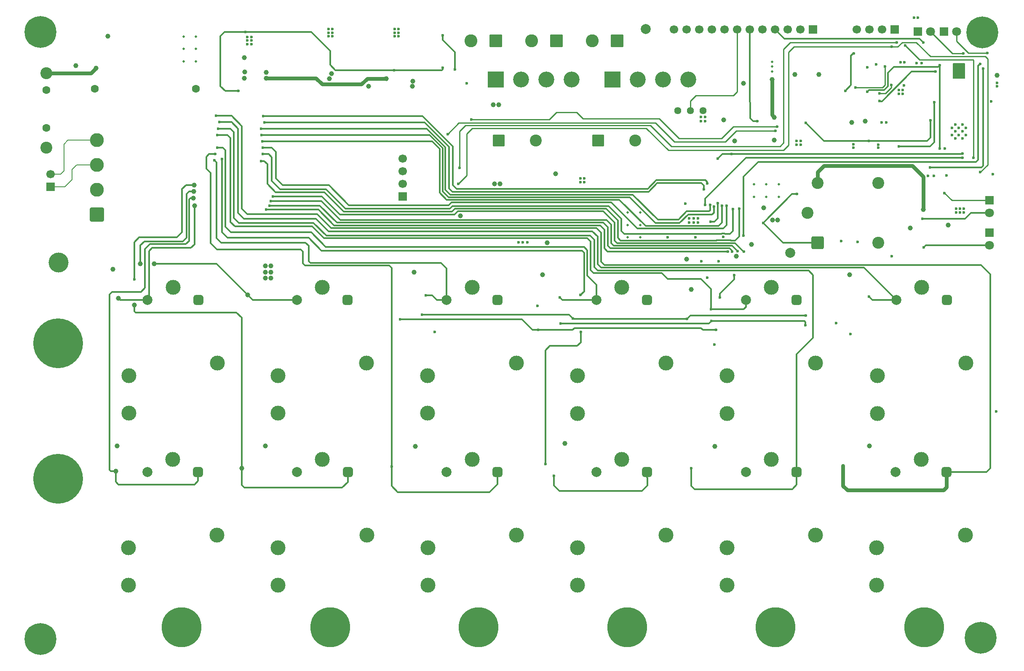
<source format=gbr>
%TF.GenerationSoftware,KiCad,Pcbnew,9.0.5*%
%TF.CreationDate,2025-10-18T22:02:24+01:00*%
%TF.ProjectId,Smart Home Energy Management System,536d6172-7420-4486-9f6d-6520456e6572,rev?*%
%TF.SameCoordinates,Original*%
%TF.FileFunction,Copper,L2,Inr*%
%TF.FilePolarity,Positive*%
%FSLAX46Y46*%
G04 Gerber Fmt 4.6, Leading zero omitted, Abs format (unit mm)*
G04 Created by KiCad (PCBNEW 9.0.5) date 2025-10-18 22:02:24*
%MOMM*%
%LPD*%
G01*
G04 APERTURE LIST*
G04 Aperture macros list*
%AMRoundRect*
0 Rectangle with rounded corners*
0 $1 Rounding radius*
0 $2 $3 $4 $5 $6 $7 $8 $9 X,Y pos of 4 corners*
0 Add a 4 corners polygon primitive as box body*
4,1,4,$2,$3,$4,$5,$6,$7,$8,$9,$2,$3,0*
0 Add four circle primitives for the rounded corners*
1,1,$1+$1,$2,$3*
1,1,$1+$1,$4,$5*
1,1,$1+$1,$6,$7*
1,1,$1+$1,$8,$9*
0 Add four rect primitives between the rounded corners*
20,1,$1+$1,$2,$3,$4,$5,0*
20,1,$1+$1,$4,$5,$6,$7,0*
20,1,$1+$1,$6,$7,$8,$9,0*
20,1,$1+$1,$8,$9,$2,$3,0*%
G04 Aperture macros list end*
%TA.AperFunction,ComponentPad*%
%ADD10C,3.000000*%
%TD*%
%TA.AperFunction,ComponentPad*%
%ADD11RoundRect,0.500000X0.500000X-0.500000X0.500000X0.500000X-0.500000X0.500000X-0.500000X-0.500000X0*%
%TD*%
%TA.AperFunction,ComponentPad*%
%ADD12C,2.000000*%
%TD*%
%TA.AperFunction,ComponentPad*%
%ADD13C,0.500000*%
%TD*%
%TA.AperFunction,ComponentPad*%
%ADD14R,1.800000X1.800000*%
%TD*%
%TA.AperFunction,ComponentPad*%
%ADD15C,1.800000*%
%TD*%
%TA.AperFunction,ComponentPad*%
%ADD16R,1.700000X1.700000*%
%TD*%
%TA.AperFunction,ComponentPad*%
%ADD17C,1.700000*%
%TD*%
%TA.AperFunction,ComponentPad*%
%ADD18C,6.400000*%
%TD*%
%TA.AperFunction,ComponentPad*%
%ADD19C,2.400000*%
%TD*%
%TA.AperFunction,ComponentPad*%
%ADD20C,10.000000*%
%TD*%
%TA.AperFunction,ComponentPad*%
%ADD21C,1.600000*%
%TD*%
%TA.AperFunction,ComponentPad*%
%ADD22RoundRect,0.250000X1.050000X1.050000X-1.050000X1.050000X-1.050000X-1.050000X1.050000X-1.050000X0*%
%TD*%
%TA.AperFunction,ComponentPad*%
%ADD23C,2.600000*%
%TD*%
%TA.AperFunction,ComponentPad*%
%ADD24R,3.200000X3.200000*%
%TD*%
%TA.AperFunction,ComponentPad*%
%ADD25C,3.200000*%
%TD*%
%TA.AperFunction,ComponentPad*%
%ADD26RoundRect,0.250001X-0.949999X-0.949999X0.949999X-0.949999X0.949999X0.949999X-0.949999X0.949999X0*%
%TD*%
%TA.AperFunction,ComponentPad*%
%ADD27RoundRect,0.250001X1.149999X-1.149999X1.149999X1.149999X-1.149999X1.149999X-1.149999X-1.149999X0*%
%TD*%
%TA.AperFunction,ComponentPad*%
%ADD28C,2.800000*%
%TD*%
%TA.AperFunction,ComponentPad*%
%ADD29C,8.000000*%
%TD*%
%TA.AperFunction,ComponentPad*%
%ADD30C,1.440000*%
%TD*%
%TA.AperFunction,ComponentPad*%
%ADD31C,4.000000*%
%TD*%
%TA.AperFunction,ComponentPad*%
%ADD32RoundRect,0.250000X1.000000X-1.000000X1.000000X1.000000X-1.000000X1.000000X-1.000000X-1.000000X0*%
%TD*%
%TA.AperFunction,HeatsinkPad*%
%ADD33C,0.600000*%
%TD*%
%TA.AperFunction,ViaPad*%
%ADD34C,1.000000*%
%TD*%
%TA.AperFunction,ViaPad*%
%ADD35C,0.600000*%
%TD*%
%TA.AperFunction,ViaPad*%
%ADD36C,2.000000*%
%TD*%
%TA.AperFunction,Conductor*%
%ADD37C,0.800000*%
%TD*%
%TA.AperFunction,Conductor*%
%ADD38C,0.300000*%
%TD*%
%TA.AperFunction,Conductor*%
%ADD39C,0.254000*%
%TD*%
%TA.AperFunction,Conductor*%
%ADD40C,0.250000*%
%TD*%
%TA.AperFunction,Conductor*%
%ADD41C,0.200000*%
%TD*%
G04 APERTURE END LIST*
D10*
%TO.N,/SELECT6*%
%TO.C,K8*%
X232194000Y-114187000D03*
X241094000Y-129387000D03*
%TO.N,unconnected-(K8-Pad12)*%
X223294000Y-139527000D03*
%TO.N,/LOAD6*%
X223294000Y-131927000D03*
D11*
%TO.N,/RD1C1*%
X237294000Y-116727000D03*
D12*
%TO.N,+12V*%
X227094000Y-116727000D03*
%TD*%
D13*
%TO.N,GND*%
%TO.C,U2*%
X86470000Y-34090000D03*
X86470000Y-31590000D03*
X86470000Y-29090000D03*
X83970000Y-34090000D03*
X83970000Y-31590000D03*
X83970000Y-29090000D03*
%TD*%
D14*
%TO.N,/GPIO3{slash}RX*%
%TO.C,D17*%
X245980000Y-68580000D03*
D15*
%TO.N,Net-(D17-A)*%
X245980000Y-71120000D03*
%TD*%
D14*
%TO.N,GND*%
%TO.C,D4*%
X236816000Y-28065000D03*
D15*
%TO.N,Net-(D4-A)*%
X239356000Y-28065000D03*
%TD*%
D10*
%TO.N,/SELECT4*%
%TO.C,K4*%
X172024331Y-79599062D03*
X180924331Y-94799062D03*
%TO.N,/INVERTER*%
X163124331Y-104939062D03*
%TO.N,/NEPA*%
X163124331Y-97339062D03*
D11*
%TO.N,+12V*%
X177124331Y-82139062D03*
D12*
%TO.N,/RD1C6*%
X166924331Y-82139062D03*
%TD*%
D10*
%TO.N,/SELECT3*%
%TO.C,K11*%
X141955200Y-114187000D03*
X150855200Y-129387000D03*
%TO.N,unconnected-(K11-Pad12)*%
X133055200Y-139527000D03*
%TO.N,/LOAD3*%
X133055200Y-131927000D03*
D11*
%TO.N,/RD1C7*%
X147055200Y-116727000D03*
D12*
%TO.N,+12V*%
X136855200Y-116727000D03*
%TD*%
D16*
%TO.N,+3.3V*%
%TO.C,J19*%
X210463000Y-27642500D03*
D17*
%TO.N,+5V*%
X207923000Y-27642500D03*
X205383000Y-27642500D03*
%TO.N,/GPIO27*%
X202843000Y-27642500D03*
%TO.N,/GPIO26*%
X200303000Y-27642500D03*
%TO.N,/GPIO25*%
X197763000Y-27642500D03*
%TO.N,/CONST*%
X195223000Y-27642500D03*
%TO.N,/GPIO5{slash}CS*%
X192683000Y-27642500D03*
%TO.N,/GPIO23{slash}MOSI*%
X190143000Y-27642500D03*
%TO.N,/GPIO18{slash}SCK*%
X187603000Y-27642500D03*
%TO.N,GND*%
X185063000Y-27642500D03*
X182523000Y-27642500D03*
%TD*%
D10*
%TO.N,/SELECT3*%
%TO.C,K5*%
X141942550Y-79559705D03*
X150842550Y-94759705D03*
%TO.N,/INVERTER*%
X133042550Y-104899705D03*
%TO.N,/NEPA*%
X133042550Y-97299705D03*
D11*
%TO.N,+12V*%
X147042550Y-82099705D03*
D12*
%TO.N,/RD1C8*%
X136842550Y-82099705D03*
%TD*%
D18*
%TO.N,N/C*%
%TO.C,REF\u002A\u002A*%
X244490000Y-28220000D03*
%TD*%
D19*
%TO.N,Net-(D10-A)*%
%TO.C,C8*%
X56350000Y-36475000D03*
%TO.N,/NEPA*%
X56350000Y-51475000D03*
%TD*%
D18*
%TO.N,N/C*%
%TO.C,REF\u002A\u002A*%
X55210000Y-28140000D03*
%TD*%
D10*
%TO.N,/SELECT4*%
%TO.C,K10*%
X172034800Y-114187000D03*
X180934800Y-129387000D03*
%TO.N,unconnected-(K10-Pad12)*%
X163134800Y-139527000D03*
%TO.N,/LOAD4*%
X163134800Y-131927000D03*
D11*
%TO.N,/RD1C5*%
X177134800Y-116727000D03*
D12*
%TO.N,+12V*%
X166934800Y-116727000D03*
%TD*%
D20*
%TO.N,/INVERTER*%
%TO.C,J2*%
X58725000Y-118125000D03*
%TD*%
D21*
%TO.N,/N*%
%TO.C,R14*%
X86430000Y-39600000D03*
%TO.N,Net-(D11-A)*%
X66110000Y-39600000D03*
%TD*%
D14*
%TO.N,GND*%
%TO.C,D1*%
X231546000Y-28050000D03*
D15*
%TO.N,Net-(D1-A)*%
X234086000Y-28050000D03*
%TD*%
D22*
%TO.N,/2TR 1*%
%TO.C,XFORMER_OUT1*%
X171107000Y-29922500D03*
D23*
%TO.N,/2TR 2*%
X166107000Y-29922500D03*
%TD*%
D24*
%TO.N,VCC2*%
%TO.C,D9*%
X170175000Y-37695000D03*
D25*
%TO.N,/2TR 2*%
X175255000Y-37695000D03*
%TO.N,/2TR 1*%
X180335000Y-37695000D03*
%TO.N,GND*%
X185415000Y-37695000D03*
%TD*%
D26*
%TO.N,VCC1*%
%TO.C,C9*%
X147272220Y-50000000D03*
D19*
%TO.N,GND*%
X154772220Y-50000000D03*
%TD*%
D27*
%TO.N,/NEPA*%
%TO.C,J6*%
X66516098Y-64936807D03*
D28*
%TO.N,/N*%
X66516098Y-59936807D03*
%TO.N,/CT -*%
X66516098Y-54936807D03*
%TO.N,/CT +*%
X66516098Y-49936807D03*
%TD*%
D10*
%TO.N,/SELECT5*%
%TO.C,K3*%
X202106422Y-79589474D03*
X211006422Y-94789474D03*
%TO.N,/INVERTER*%
X193206422Y-104929474D03*
%TO.N,/NEPA*%
X193206422Y-97329474D03*
D11*
%TO.N,+12V*%
X207206422Y-82129474D03*
D12*
%TO.N,/RD1C4*%
X197006422Y-82129474D03*
%TD*%
D18*
%TO.N,N/C*%
%TO.C,REF\u002A\u002A*%
X244210000Y-150090000D03*
%TD*%
D10*
%TO.N,/SELECT1*%
%TO.C,K7*%
X81843890Y-79576737D03*
X90743890Y-94776737D03*
%TO.N,/INVERTER*%
X72943890Y-104916737D03*
%TO.N,/NEPA*%
X72943890Y-97316737D03*
D11*
%TO.N,+12V*%
X86943890Y-82116737D03*
D12*
%TO.N,/RD2C4*%
X76743890Y-82116737D03*
%TD*%
D29*
%TO.N,/LOAD4*%
%TO.C,J22*%
X173120000Y-148000000D03*
%TD*%
%TO.N,/LOAD6*%
%TO.C,J20*%
X232800000Y-148000000D03*
%TD*%
D10*
%TO.N,/SELECT2*%
%TO.C,K6*%
X111817862Y-79576737D03*
X120717862Y-94776737D03*
%TO.N,/INVERTER*%
X102917862Y-104916737D03*
%TO.N,/NEPA*%
X102917862Y-97316737D03*
D11*
%TO.N,+12V*%
X116917862Y-82116737D03*
D12*
%TO.N,/RD2C2*%
X106717862Y-82116737D03*
%TD*%
D30*
%TO.N,GND*%
%TO.C,RV1*%
X183340000Y-44030000D03*
%TO.N,/CONST*%
X185880000Y-44030000D03*
%TO.N,+5V*%
X188420000Y-44030000D03*
%TD*%
D16*
%TO.N,/CT -*%
%TO.C,J3*%
X57225000Y-59350000D03*
D17*
%TO.N,/CT +*%
X57225000Y-56810000D03*
%TD*%
D13*
%TO.N,GND*%
%TO.C,U1*%
X175750000Y-69500000D03*
X175750000Y-67000000D03*
X175750000Y-64500000D03*
X173250000Y-69500000D03*
X173250000Y-67000000D03*
X173250000Y-64500000D03*
%TD*%
D29*
%TO.N,/LOAD3*%
%TO.C,J23*%
X143280000Y-148000000D03*
%TD*%
D31*
%TO.N,/N*%
%TO.C,J10*%
X58850000Y-74525000D03*
%TD*%
D29*
%TO.N,/LOAD1*%
%TO.C,J25*%
X83600000Y-148000000D03*
%TD*%
D18*
%TO.N,N/C*%
%TO.C,REF\u002A\u002A*%
X55170000Y-150360000D03*
%TD*%
D24*
%TO.N,VCC1*%
%TO.C,D8*%
X146695000Y-37695000D03*
D25*
%TO.N,/1TR 2*%
X151775000Y-37695000D03*
%TO.N,/1TR 1*%
X156855000Y-37695000D03*
%TO.N,GND*%
X161935000Y-37695000D03*
%TD*%
D20*
%TO.N,/NEPA*%
%TO.C,J1*%
X58725000Y-90850000D03*
%TD*%
D10*
%TO.N,/SELECT2*%
%TO.C,K12*%
X111875600Y-114187000D03*
X120775600Y-129387000D03*
%TO.N,unconnected-(K12-Pad12)*%
X102975600Y-139527000D03*
%TO.N,/LOAD2*%
X102975600Y-131927000D03*
D11*
%TO.N,/RD2C1*%
X116975600Y-116727000D03*
D12*
%TO.N,+12V*%
X106775600Y-116727000D03*
%TD*%
D14*
%TO.N,/GPIO1{slash}TX*%
%TO.C,D16*%
X245980000Y-62070000D03*
D15*
%TO.N,Net-(D16-A)*%
X245980000Y-64610000D03*
%TD*%
D22*
%TO.N,/TRANS-IN*%
%TO.C,XFORMER_IN*%
X158900000Y-29922500D03*
D23*
%TO.N,/N*%
X153900000Y-29922500D03*
%TD*%
D19*
%TO.N,/TRANS-IN*%
%TO.C,K1*%
X209380000Y-64590000D03*
%TO.N,/INVERTER*%
X223580000Y-58590000D03*
%TO.N,/NEPA*%
X223580000Y-70590000D03*
D32*
%TO.N,Net-(D5-A)*%
X211380000Y-70590000D03*
D19*
%TO.N,VCC3*%
X211380000Y-58590000D03*
%TD*%
D16*
%TO.N,GND*%
%TO.C,J14*%
X226870000Y-27650000D03*
D17*
%TO.N,/D+*%
X224330000Y-27650000D03*
%TO.N,/D-*%
X221790000Y-27650000D03*
%TO.N,Net-(D13-K)*%
X219250000Y-27650000D03*
%TD*%
D13*
%TO.N,GND*%
%TO.C,U4*%
X198590000Y-61350000D03*
X201090000Y-61350000D03*
X203590000Y-61350000D03*
X198590000Y-58850000D03*
X201090000Y-58850000D03*
X203590000Y-58850000D03*
%TD*%
%TO.N,Net-(D14-A)*%
%TO.C,U5*%
X202260000Y-36150000D03*
X202260000Y-35150000D03*
X202260000Y-34150000D03*
%TD*%
D22*
%TO.N,/1TR 1*%
%TO.C,XFORMER_OUT2*%
X146693000Y-29922500D03*
D23*
%TO.N,/1TR 2*%
X141693000Y-29922500D03*
%TD*%
D29*
%TO.N,/LOAD5*%
%TO.C,J21*%
X202960000Y-148000000D03*
%TD*%
%TO.N,/LOAD2*%
%TO.C,J24*%
X113440000Y-148000000D03*
%TD*%
D26*
%TO.N,VCC2*%
%TO.C,C10*%
X167272220Y-50000000D03*
D19*
%TO.N,GND*%
X174772220Y-50000000D03*
%TD*%
D10*
%TO.N,/SELECT6*%
%TO.C,K2*%
X232326329Y-79595347D03*
X241226329Y-94795347D03*
%TO.N,/INVERTER*%
X223426329Y-104935347D03*
%TO.N,/NEPA*%
X223426329Y-97335347D03*
D11*
%TO.N,+12V*%
X237426329Y-82135347D03*
D12*
%TO.N,/RD1C2*%
X227226329Y-82135347D03*
%TD*%
D10*
%TO.N,/SELECT5*%
%TO.C,K9*%
X202114400Y-114187000D03*
X211014400Y-129387000D03*
%TO.N,unconnected-(K9-Pad12)*%
X193214400Y-139527000D03*
%TO.N,/LOAD5*%
X193214400Y-131927000D03*
D11*
%TO.N,/RD1C3*%
X207214400Y-116727000D03*
D12*
%TO.N,+12V*%
X197014400Y-116727000D03*
%TD*%
D21*
%TO.N,Net-(D10-A)*%
%TO.C,R13*%
X56388000Y-39878000D03*
%TO.N,/NEPA*%
X56388000Y-47498000D03*
%TD*%
D10*
%TO.N,/SELECT1*%
%TO.C,K13*%
X81796000Y-114187000D03*
X90696000Y-129387000D03*
%TO.N,unconnected-(K13-Pad12)*%
X72896000Y-139527000D03*
%TO.N,/LOAD1*%
X72896000Y-131927000D03*
D11*
%TO.N,/RD2C3*%
X86896000Y-116727000D03*
D12*
%TO.N,+12V*%
X76696000Y-116727000D03*
%TD*%
D33*
%TO.N,GND*%
%TO.C,U3*%
X240505000Y-46770000D03*
X239105000Y-46770000D03*
X241205000Y-47470000D03*
X239805000Y-47470000D03*
X238405000Y-47470000D03*
X240505000Y-48170000D03*
X239105000Y-48170000D03*
X241205000Y-48870000D03*
X239805000Y-48870000D03*
X238405000Y-48870000D03*
X240505000Y-49570000D03*
X239105000Y-49570000D03*
%TD*%
D16*
%TO.N,+5V*%
%TO.C,J11*%
X128031200Y-61258200D03*
D17*
%TO.N,Net-(J11-Pin_2)*%
X128031200Y-58718200D03*
%TO.N,Net-(J11-Pin_3)*%
X128031200Y-56178200D03*
%TO.N,GND*%
X128031200Y-53638200D03*
%TD*%
D34*
%TO.N,+5V*%
X203400000Y-66025000D03*
D35*
X208000000Y-50900000D03*
X207200000Y-50100000D03*
X187975000Y-45307775D03*
D34*
X202325000Y-65975000D03*
D35*
X207200000Y-50900000D03*
X188775000Y-46107775D03*
X208000000Y-50100000D03*
X163700000Y-58400000D03*
X188775000Y-45307775D03*
X164500000Y-58400000D03*
X163700000Y-57600000D03*
X187975000Y-46107775D03*
X164500000Y-57600000D03*
%TO.N,GND*%
X221361000Y-35306000D03*
X230820997Y-25273000D03*
X186850000Y-69485000D03*
X231521000Y-25273000D03*
X240792000Y-63754000D03*
X231267000Y-34417000D03*
X151257000Y-70485000D03*
X152146000Y-70485000D03*
X228092000Y-34290000D03*
X240030000Y-63754000D03*
X153035000Y-70485000D03*
X223139000Y-34671000D03*
X232283000Y-34417000D03*
X239268000Y-63754000D03*
D34*
X247479000Y-36851211D03*
D35*
X239268000Y-64516000D03*
X184825000Y-62725000D03*
X228854000Y-34290000D03*
X240030000Y-64516000D03*
X240792000Y-64516000D03*
D34*
%TO.N,VCC2*%
X100600000Y-36275000D03*
X100600000Y-37450000D03*
X124675000Y-37525000D03*
X96200000Y-37475000D03*
X96225000Y-36250000D03*
%TO.N,VCC1*%
X158775000Y-56675000D03*
X147350000Y-42800000D03*
X198125000Y-70950000D03*
X147550000Y-58700000D03*
D35*
X181251223Y-69479033D03*
D34*
X146450000Y-58700000D03*
X146250000Y-42800000D03*
D35*
%TO.N,/EN*%
X223850000Y-42095000D03*
X235100000Y-36150000D03*
D34*
%TO.N,+3.3V*%
X230000000Y-67650000D03*
D35*
X228750000Y-38950000D03*
X224300000Y-46400000D03*
X240650000Y-35900000D03*
X186500000Y-65675000D03*
X225171000Y-46400000D03*
X247500000Y-38425000D03*
X228473000Y-39878000D03*
X185575000Y-65675000D03*
X228473000Y-40640000D03*
X240650000Y-36625000D03*
X187375000Y-65675000D03*
X227711000Y-39878000D03*
X223575000Y-51475000D03*
X186500000Y-66500000D03*
X218575000Y-51450000D03*
X246250000Y-42150000D03*
X218575000Y-50800000D03*
X185575000Y-66500000D03*
D34*
X206875000Y-36700000D03*
D35*
X187375000Y-66500000D03*
X223575000Y-50825000D03*
X240650000Y-35175000D03*
D34*
X218275000Y-46375000D03*
D35*
X247500000Y-39125000D03*
X227711000Y-40640000D03*
D34*
%TO.N,+12V*%
X190749999Y-111550001D03*
X101500000Y-77725000D03*
D35*
X113075000Y-27600000D03*
X96800000Y-29900000D03*
D34*
X130300000Y-76500000D03*
D35*
X126400000Y-29000000D03*
D34*
X186000000Y-80000000D03*
X100400000Y-77725000D03*
X70600000Y-111500000D03*
D35*
X113875000Y-28300000D03*
X97600000Y-29900000D03*
X127200000Y-29000000D03*
X127200000Y-27600000D03*
X126400000Y-28300000D03*
X113075000Y-28300000D03*
X113075000Y-29000000D03*
X126400000Y-27600000D03*
X96800000Y-30600000D03*
X113875000Y-29000000D03*
D34*
X69800000Y-75900000D03*
D35*
X97600000Y-29200000D03*
D34*
X100375000Y-75275000D03*
X130550000Y-111525000D03*
X100400000Y-111500000D03*
D35*
X113875000Y-27600000D03*
D34*
X101500000Y-76500000D03*
X101500000Y-75275000D03*
D35*
X97600000Y-30600000D03*
D34*
X100400000Y-76500000D03*
D35*
X96800000Y-29200000D03*
D34*
X217830400Y-77000000D03*
X221800000Y-111500000D03*
X156150000Y-77000000D03*
X160625000Y-110975000D03*
D35*
X127200000Y-28300000D03*
D34*
%TO.N,Net-(D10-A)*%
X66375000Y-35475000D03*
%TO.N,VCC3*%
X232650000Y-63875000D03*
X237675000Y-67025000D03*
X62300000Y-34925000D03*
%TO.N,Net-(D13-K)*%
X211625000Y-36700000D03*
X196500000Y-38475000D03*
%TO.N,Net-(D14-A)*%
X220945000Y-46120000D03*
X202260000Y-37700000D03*
X202710000Y-45325000D03*
D35*
%TO.N,Net-(U7-Xo)*%
X217000000Y-40000000D03*
X218650000Y-32475000D03*
%TO.N,Net-(JP3-A)*%
X219025000Y-39325000D03*
X224925000Y-35075000D03*
%TO.N,Net-(D1-A)*%
X240737222Y-32469646D03*
D34*
%TO.N,Net-(D2-K)*%
X192500000Y-45850000D03*
X200540491Y-63590000D03*
X202700000Y-49900000D03*
X194700000Y-50100000D03*
%TO.N,Net-(D3-K)*%
X121125000Y-39125000D03*
X130048000Y-38100000D03*
X130000000Y-39125000D03*
X96150000Y-33300000D03*
X113737500Y-36512500D03*
X113250000Y-37550000D03*
D35*
%TO.N,Net-(D4-A)*%
X245525000Y-32400000D03*
%TO.N,Net-(D5-A)*%
X200475000Y-66600000D03*
X207300000Y-60797500D03*
D34*
%TO.N,Net-(D11-A)*%
X68750000Y-29050000D03*
%TO.N,Net-(D12-K)*%
X195072000Y-73279000D03*
X139650000Y-65125000D03*
X185101132Y-73849132D03*
X157025000Y-70550000D03*
D35*
%TO.N,Net-(D16-A)*%
X232475000Y-65775000D03*
%TO.N,/GPIO1{slash}TX*%
X236925000Y-60575000D03*
X226300000Y-31125000D03*
X244125000Y-56375000D03*
X139200000Y-58725000D03*
%TO.N,Net-(D17-A)*%
X232725000Y-71525000D03*
%TO.N,/GPIO3{slash}RX*%
X229043993Y-30906007D03*
X242725000Y-53475000D03*
X227300000Y-30300000D03*
X139428071Y-55495000D03*
%TO.N,/RD1C2*%
X221700000Y-81425000D03*
X91200000Y-46325000D03*
%TO.N,/RD1C4*%
X189992000Y-84000000D03*
X90725000Y-48875000D03*
%TO.N,/RD1C6*%
X159600000Y-81600000D03*
X90725000Y-51450000D03*
%TO.N,/RD1C8*%
X132689600Y-81127600D03*
X90175000Y-54025000D03*
D34*
%TO.N,/RD2C2*%
X78050000Y-74850000D03*
X96850000Y-81125000D03*
X75300000Y-74825000D03*
X86000000Y-60225000D03*
%TO.N,/RD2C4*%
X70900000Y-81800000D03*
X86150000Y-63150000D03*
D35*
%TO.N,/RD1C1*%
X216500000Y-115500000D03*
X90526408Y-45018133D03*
%TO.N,/RD1C3*%
X186000000Y-116000000D03*
X90925000Y-47600000D03*
%TO.N,/RD1C5*%
X163775000Y-81100000D03*
X158425000Y-117500000D03*
X163800000Y-88525000D03*
X156700000Y-115100000D03*
X91700000Y-53750000D03*
%TO.N,/RD1C7*%
X125800000Y-115625000D03*
X90325000Y-52750000D03*
D34*
%TO.N,/RD2C1*%
X95650000Y-115925000D03*
D35*
X74075000Y-77975000D03*
D34*
X74075000Y-83150000D03*
X86074998Y-58975000D03*
%TO.N,/RD2C3*%
X70350000Y-116575000D03*
X85950000Y-61625000D03*
D35*
%TO.N,/N*%
X134416800Y-88544400D03*
X155145002Y-83285000D03*
%TO.N,/INVERTER*%
X226350000Y-73300000D03*
X247325000Y-104550000D03*
%TO.N,/GPIO26*%
X227775000Y-51175000D03*
X234825000Y-42275000D03*
%TO.N,/GPIO18{slash}SCK*%
X237330000Y-57050000D03*
%TO.N,/GPIO23{slash}MOSI*%
X246650000Y-56800000D03*
%TO.N,/GPIO27*%
X232677298Y-30322702D03*
%TO.N,/GPIO5{slash}CS*%
X236945000Y-51650000D03*
%TO.N,/GPIO25*%
X221775000Y-50100000D03*
X234100000Y-45925000D03*
X199285000Y-46095000D03*
X209065000Y-46465000D03*
D36*
%TO.N,/TRANS-IN*%
X205900000Y-72600000D03*
X176900000Y-27600000D03*
D35*
%TO.N,/GPIO17*%
X234815000Y-57095000D03*
X141800000Y-45750000D03*
X203240000Y-47220000D03*
%TO.N,/GPIO16*%
X233575000Y-57115000D03*
X137049998Y-48700000D03*
X202980000Y-48030000D03*
%TO.N,Net-(U2-~{ON}{slash}OFF)*%
X96450000Y-28200000D03*
X94950000Y-40000000D03*
X136050000Y-35375000D03*
X126325000Y-35850000D03*
%TO.N,/12V_EN*%
X138500000Y-35700000D03*
X136049999Y-28849999D03*
%TO.N,Net-(OC2-Pad1)*%
X189220000Y-77655000D03*
X190630000Y-91110000D03*
%TO.N,/NEPA_SENSE*%
X131865000Y-85080000D03*
X215117174Y-86733516D03*
X185200000Y-85875000D03*
X162225000Y-85850000D03*
X188020000Y-74295000D03*
X209000000Y-85250000D03*
%TO.N,Net-(Q1A-C1)*%
X190042800Y-86360000D03*
X159725000Y-86800000D03*
X218000000Y-89000000D03*
X208991200Y-87200000D03*
%TO.N,/INVERTER_SENSE*%
X155244800Y-88138000D03*
X191025000Y-88150000D03*
X191516000Y-74295000D03*
X127508000Y-86004400D03*
%TO.N,/RTS*%
X226225000Y-38850000D03*
X223825000Y-40550000D03*
%TO.N,/GPIO0*%
X236000000Y-51650000D03*
X221400000Y-40200000D03*
X236000000Y-34825000D03*
%TO.N,Net-(Q3-IN3)*%
X99575000Y-47625000D03*
X189775000Y-62975000D03*
%TO.N,Net-(Q3-IN1)*%
X189250000Y-58675000D03*
X100025000Y-45100000D03*
%TO.N,Net-(Q3-IN4)*%
X190550000Y-63275000D03*
X99625000Y-48900000D03*
%TO.N,Net-(Q3-IN2)*%
X188550000Y-59875000D03*
X100200000Y-46400000D03*
%TO.N,Net-(Q3-IN7)*%
X99875000Y-52750000D03*
X194375000Y-63775000D03*
%TO.N,Net-(Q3-IN8)*%
X99575000Y-54125000D03*
X195625000Y-63750000D03*
%TO.N,Net-(Q3-IN6)*%
X99900000Y-51450000D03*
X193100000Y-63175000D03*
%TO.N,Net-(Q3-IN5)*%
X99800000Y-50175000D03*
X192175001Y-63125001D03*
%TO.N,Net-(Q4-IN2)*%
X195350000Y-72300000D03*
X101525000Y-62200000D03*
%TO.N,Net-(Q4-IN4)*%
X193375000Y-72334400D03*
X100575000Y-63900000D03*
%TO.N,Net-(Q4-IN1)*%
X196575000Y-72325000D03*
X101925000Y-61250000D03*
%TO.N,Net-(Q4-IN3)*%
X101250000Y-63100000D03*
X194224939Y-72324091D03*
%TO.N,/IND_LED*%
X196475000Y-69125000D03*
X192443417Y-69399999D03*
X244050000Y-34625000D03*
%TO.N,/GPIO2*%
X233975000Y-55425000D03*
X244650000Y-35575000D03*
%TO.N,Net-(U6-IO1_5)*%
X140900000Y-38465000D03*
%TO.N,Net-(D15-K)*%
X219418400Y-70400000D03*
%TO.N,Net-(D30-K)*%
X216175000Y-70250000D03*
X191750000Y-81625000D03*
X194650000Y-77140000D03*
%TO.N,/GPIO21{slash}SDA*%
X240550000Y-53525000D03*
X188800000Y-62925000D03*
%TO.N,/GPIO22{slash}SCL*%
X240497976Y-52626502D03*
X191375000Y-53625000D03*
X194125000Y-52750000D03*
X191375000Y-62600000D03*
X189900000Y-66375000D03*
%TD*%
D37*
%TO.N,VCC2*%
X111850000Y-38700000D02*
X119700000Y-38700000D01*
X110600000Y-37450000D02*
X111850000Y-38700000D01*
X119700000Y-38700000D02*
X120875000Y-37525000D01*
X100600000Y-37450000D02*
X110600000Y-37450000D01*
X120875000Y-37525000D02*
X124675000Y-37525000D01*
D38*
%TO.N,/EN*%
X223855000Y-42100000D02*
X223850000Y-42095000D01*
X230296000Y-36150000D02*
X224346000Y-42100000D01*
X224346000Y-42100000D02*
X223855000Y-42100000D01*
X235100000Y-36150000D02*
X230296000Y-36150000D01*
D37*
%TO.N,Net-(D10-A)*%
X56350000Y-36475000D02*
X65375000Y-36475000D01*
X65375000Y-36475000D02*
X66375000Y-35475000D01*
%TO.N,VCC3*%
X212656000Y-55069000D02*
X211380000Y-56345000D01*
X211380000Y-56345000D02*
X211380000Y-58590000D01*
X232650000Y-57300000D02*
X230419000Y-55069000D01*
X232650000Y-63875000D02*
X232650000Y-57300000D01*
X230419000Y-55069000D02*
X212656000Y-55069000D01*
%TO.N,Net-(D14-A)*%
X202710000Y-45325000D02*
X202260000Y-44875000D01*
X202260000Y-44875000D02*
X202260000Y-37700000D01*
D38*
%TO.N,Net-(U7-Xo)*%
X217000000Y-40000000D02*
X218125000Y-38875000D01*
X218575000Y-32475000D02*
X218650000Y-32475000D01*
X218125000Y-32925000D02*
X218575000Y-32475000D01*
X218125000Y-38875000D02*
X218125000Y-32925000D01*
D39*
%TO.N,Net-(JP3-A)*%
X219025000Y-39325000D02*
X224425000Y-39325000D01*
X224925000Y-38825000D02*
X224925000Y-35075000D01*
X224425000Y-39325000D02*
X224925000Y-38825000D01*
%TO.N,Net-(D1-A)*%
X238505646Y-32469646D02*
X240737222Y-32469646D01*
X234086000Y-28050000D02*
X238505646Y-32469646D01*
%TO.N,Net-(D4-A)*%
X241700000Y-32400000D02*
X245525000Y-32400000D01*
X239356000Y-30056000D02*
X241700000Y-32400000D01*
X239356000Y-28065000D02*
X239356000Y-30056000D01*
D38*
%TO.N,Net-(D5-A)*%
X207300000Y-60797500D02*
X206277500Y-60797500D01*
X206277500Y-60797500D02*
X200475000Y-66600000D01*
X200475000Y-66600000D02*
X204465000Y-70590000D01*
X207297500Y-60800000D02*
X207300000Y-60797500D01*
X204465000Y-70590000D02*
X211380000Y-70590000D01*
%TO.N,Net-(D16-A)*%
X241025000Y-65775000D02*
X242190000Y-64610000D01*
X232475000Y-65775000D02*
X241025000Y-65775000D01*
X242190000Y-64610000D02*
X245980000Y-64610000D01*
D40*
%TO.N,/GPIO1{slash}TX*%
X176975000Y-47550000D02*
X181400000Y-51975000D01*
X205550000Y-32200000D02*
X206625000Y-31125000D01*
X140850000Y-57075000D02*
X140850000Y-48650000D01*
X245575000Y-54925000D02*
X245575000Y-33550000D01*
X139200000Y-58725000D02*
X140850000Y-57075000D01*
X245125000Y-33100000D02*
X234100000Y-33100000D01*
X245575000Y-33550000D02*
X245125000Y-33100000D01*
X141950000Y-47550000D02*
X176975000Y-47550000D01*
X205550000Y-50975000D02*
X205550000Y-32200000D01*
X181400000Y-51975000D02*
X204550000Y-51975000D01*
X227525000Y-31125000D02*
X226300000Y-31125000D01*
X238420000Y-62070000D02*
X236925000Y-60575000D01*
X140850000Y-48650000D02*
X141950000Y-47550000D01*
X234100000Y-33100000D02*
X231250000Y-30250000D01*
X228400000Y-30250000D02*
X227525000Y-31125000D01*
X245980000Y-62070000D02*
X238420000Y-62070000D01*
X231250000Y-30250000D02*
X228400000Y-30250000D01*
X206625000Y-31125000D02*
X226300000Y-31125000D01*
X204550000Y-51975000D02*
X205550000Y-50975000D01*
X244125000Y-56375000D02*
X245575000Y-54925000D01*
D38*
%TO.N,Net-(D17-A)*%
X232725000Y-71525000D02*
X233130000Y-71120000D01*
X233130000Y-71120000D02*
X245980000Y-71120000D01*
D40*
%TO.N,/GPIO3{slash}RX*%
X177775000Y-46950000D02*
X140600000Y-46950000D01*
X203850000Y-51200000D02*
X182025000Y-51200000D01*
X242725000Y-33850000D02*
X242650000Y-33775000D01*
X139430000Y-49020000D02*
X139428071Y-49021929D01*
X242650000Y-33775000D02*
X231912986Y-33775000D01*
X139428071Y-49021929D02*
X139428071Y-55495000D01*
X205900000Y-30300000D02*
X204575000Y-31625000D01*
X227300000Y-30300000D02*
X205900000Y-30300000D01*
X204575000Y-50475000D02*
X203850000Y-51200000D01*
X231912986Y-33775000D02*
X229043993Y-30906007D01*
X242725000Y-53475000D02*
X242725000Y-33850000D01*
X182025000Y-51200000D02*
X177775000Y-46950000D01*
X140600000Y-46950000D02*
X139430000Y-48120000D01*
X139430000Y-48120000D02*
X139430000Y-49020000D01*
X204575000Y-31625000D02*
X204575000Y-50475000D01*
D38*
%TO.N,/RD1C2*%
X110550000Y-65750000D02*
X113075000Y-68275000D01*
X167200000Y-74875000D02*
X167925000Y-75600000D01*
X222410347Y-82135347D02*
X221700000Y-81425000D01*
X94900000Y-47600000D02*
X94900000Y-64600000D01*
X220690982Y-75600000D02*
X227226329Y-82135347D01*
X227226329Y-82135347D02*
X222410347Y-82135347D01*
X167200000Y-69350000D02*
X167200000Y-74875000D01*
X94900000Y-64600000D02*
X96050000Y-65750000D01*
X93625000Y-46325000D02*
X94900000Y-47600000D01*
X166125000Y-68275000D02*
X167200000Y-69350000D01*
X113075000Y-68275000D02*
X166125000Y-68275000D01*
X167925000Y-75600000D02*
X220690982Y-75600000D01*
X96050000Y-65750000D02*
X110550000Y-65750000D01*
X91200000Y-46325000D02*
X93625000Y-46325000D01*
%TO.N,/RD1C4*%
X189992000Y-79917000D02*
X187950000Y-77875000D01*
X189992000Y-84000000D02*
X189992000Y-79917000D01*
X165800000Y-70350000D02*
X165100000Y-69650000D01*
X166400000Y-76700000D02*
X165800000Y-76100000D01*
X181225000Y-77875000D02*
X180050000Y-76700000D01*
X187950000Y-77875000D02*
X181225000Y-77875000D01*
X165100000Y-69650000D02*
X112150000Y-69650000D01*
X180050000Y-76700000D02*
X166400000Y-76700000D01*
X92775000Y-48875000D02*
X90725000Y-48875000D01*
X109800000Y-67300000D02*
X94300000Y-67300000D01*
X196517600Y-84000000D02*
X197006422Y-83511178D01*
X93400000Y-66400000D02*
X93400000Y-49500000D01*
X189992000Y-84000000D02*
X196517600Y-84000000D01*
X112150000Y-69650000D02*
X109800000Y-67300000D01*
X197006422Y-83511178D02*
X197006422Y-82129474D01*
X165800000Y-76100000D02*
X165800000Y-70350000D01*
X93400000Y-49500000D02*
X92775000Y-48875000D01*
X94300000Y-67300000D02*
X93400000Y-66400000D01*
%TO.N,/RD1C6*%
X91850000Y-51450000D02*
X92375000Y-51975000D01*
X166924331Y-82139062D02*
X160139062Y-82139062D01*
X165100000Y-72075000D02*
X165100000Y-77225000D01*
X109600000Y-68500000D02*
X112550000Y-71450000D01*
X165100000Y-77225000D02*
X166924331Y-79049331D01*
X92375000Y-51975000D02*
X92375000Y-67375000D01*
X160139062Y-82139062D02*
X159600000Y-81600000D01*
X166924331Y-79049331D02*
X166924331Y-82139062D01*
X112550000Y-71450000D02*
X164475000Y-71450000D01*
X93500000Y-68500000D02*
X109600000Y-68500000D01*
X90725000Y-51450000D02*
X91850000Y-51450000D01*
X164475000Y-71450000D02*
X165100000Y-72075000D01*
X92375000Y-67375000D02*
X93500000Y-68500000D01*
%TO.N,/RD1C8*%
X90600000Y-69675000D02*
X91500000Y-70575000D01*
X109100000Y-74300000D02*
X109450000Y-74650000D01*
X136842550Y-75767550D02*
X136842550Y-82099705D01*
X109100000Y-71200000D02*
X109100000Y-74300000D01*
X91500000Y-70575000D02*
X108475000Y-70575000D01*
X135725000Y-74650000D02*
X136842550Y-75767550D01*
X134871305Y-82099705D02*
X133950000Y-81178400D01*
X136842550Y-82099705D02*
X134871305Y-82099705D01*
X132740400Y-81178400D02*
X133950000Y-81178400D01*
X132689600Y-81127600D02*
X132740400Y-81178400D01*
X90600000Y-54450000D02*
X90600000Y-69675000D01*
X108475000Y-70575000D02*
X109100000Y-71200000D01*
X90175000Y-54025000D02*
X90600000Y-54450000D01*
X109450000Y-74650000D02*
X135725000Y-74650000D01*
%TO.N,/RD2C2*%
X90560000Y-74835000D02*
X78065000Y-74835000D01*
X106717862Y-82116737D02*
X97841737Y-82116737D01*
X76075000Y-70325000D02*
X75300000Y-71100000D01*
X96850000Y-81125000D02*
X90560000Y-74835000D01*
X83775000Y-70325000D02*
X76075000Y-70325000D01*
X85050000Y-60225000D02*
X84550000Y-60725000D01*
X86000000Y-60225000D02*
X85050000Y-60225000D01*
X84550000Y-69550000D02*
X83775000Y-70325000D01*
X78065000Y-74835000D02*
X78050000Y-74850000D01*
X75300000Y-71100000D02*
X75300000Y-74825000D01*
X84550000Y-60725000D02*
X84550000Y-69550000D01*
X97841737Y-82116737D02*
X96850000Y-81125000D01*
%TO.N,/RD2C4*%
X85425000Y-71625000D02*
X77675000Y-71625000D01*
X77050000Y-72250000D02*
X77050000Y-81810627D01*
X77675000Y-71625000D02*
X77050000Y-72250000D01*
X86150000Y-70900000D02*
X85425000Y-71625000D01*
X77050000Y-81810627D02*
X76743890Y-82116737D01*
X71216737Y-82116737D02*
X70900000Y-81800000D01*
X76743890Y-82116737D02*
X71216737Y-82116737D01*
X86150000Y-63150000D02*
X86150000Y-70900000D01*
%TO.N,/RD1C1*%
X167900000Y-74400000D02*
X168600000Y-75100000D01*
X244300000Y-75100000D02*
X246100000Y-76900000D01*
D37*
X236700000Y-120400000D02*
X217400000Y-120400000D01*
D38*
X166975000Y-67650000D02*
X167900000Y-68575000D01*
X188026787Y-75100000D02*
X188053788Y-75073000D01*
X96800000Y-64800000D02*
X110800000Y-64800000D01*
X188053788Y-75073000D02*
X192184163Y-75073000D01*
X192211163Y-75100000D02*
X244300000Y-75100000D01*
D37*
X237294000Y-116727000D02*
X237294000Y-119806000D01*
D38*
X110800000Y-64800000D02*
X113650000Y-67650000D01*
D37*
X216500000Y-119500000D02*
X216500000Y-115500000D01*
X237294000Y-119806000D02*
X236700000Y-120400000D01*
D38*
X245373000Y-116727000D02*
X237294000Y-116727000D01*
X167900000Y-68575000D02*
X167900000Y-74400000D01*
D37*
X217400000Y-120400000D02*
X216500000Y-119500000D01*
D38*
X168600000Y-75100000D02*
X188026787Y-75100000D01*
X113650000Y-67650000D02*
X166975000Y-67650000D01*
X246100000Y-116000000D02*
X245373000Y-116727000D01*
X246100000Y-76900000D02*
X246100000Y-116000000D01*
X93618133Y-45018133D02*
X95700000Y-47100000D01*
X95700000Y-47100000D02*
X95700000Y-63700000D01*
X95700000Y-63700000D02*
X96800000Y-64800000D01*
X90526408Y-45018133D02*
X93618133Y-45018133D01*
X192184163Y-75073000D02*
X192211163Y-75100000D01*
%TO.N,/RD1C3*%
X207214400Y-92985600D02*
X210500000Y-89700000D01*
X186944000Y-76200000D02*
X186939000Y-76195000D01*
X186000000Y-119500000D02*
X186000000Y-116000000D01*
X186939000Y-76195000D02*
X167195000Y-76195000D01*
X210500000Y-77100000D02*
X209595000Y-76195000D01*
X95100000Y-66600000D02*
X94100000Y-65600000D01*
X94100000Y-48300000D02*
X93400000Y-47600000D01*
X191884952Y-76195000D02*
X191879952Y-76200000D01*
X206400000Y-120100000D02*
X206300000Y-120200000D01*
X191879952Y-76200000D02*
X186944000Y-76200000D01*
X207214400Y-119285600D02*
X206400000Y-120100000D01*
X209595000Y-76195000D02*
X191884952Y-76195000D01*
X166500000Y-75500000D02*
X166500000Y-69975000D01*
X110100000Y-66600000D02*
X95100000Y-66600000D01*
X210500000Y-89700000D02*
X210500000Y-77100000D01*
X93400000Y-47600000D02*
X90925000Y-47600000D01*
X94100000Y-65600000D02*
X94100000Y-48300000D01*
X207214400Y-116727000D02*
X207214400Y-119285600D01*
X166500000Y-69975000D02*
X165675000Y-69150000D01*
X112650000Y-69150000D02*
X110100000Y-66600000D01*
X165675000Y-69150000D02*
X112650000Y-69150000D01*
X207214400Y-116727000D02*
X207214400Y-92985600D01*
X186700000Y-120200000D02*
X186000000Y-119500000D01*
X167195000Y-76195000D02*
X166500000Y-75500000D01*
X206300000Y-120200000D02*
X191900000Y-120200000D01*
X191900000Y-120200000D02*
X186700000Y-120200000D01*
%TO.N,/RD1C5*%
X157600000Y-91325000D02*
X156700000Y-92225000D01*
X111675000Y-72175000D02*
X164050000Y-72175000D01*
X163800000Y-90625000D02*
X163100000Y-91325000D01*
X91700000Y-68500000D02*
X92800000Y-69600000D01*
X164500000Y-72625000D02*
X164500000Y-80375000D01*
X109100000Y-69600000D02*
X111675000Y-72175000D01*
X159475000Y-120525000D02*
X158425000Y-119475000D01*
X92800000Y-69600000D02*
X109100000Y-69600000D01*
X164050000Y-72175000D02*
X164500000Y-72625000D01*
X156700000Y-92225000D02*
X156700000Y-115100000D01*
X91700000Y-53750000D02*
X91700000Y-68500000D01*
X164500000Y-80375000D02*
X163775000Y-81100000D01*
X163100000Y-91325000D02*
X157600000Y-91325000D01*
X163800000Y-88525000D02*
X163800000Y-90625000D01*
X177134800Y-116727000D02*
X177134800Y-117834800D01*
X177200000Y-117900000D02*
X177200000Y-119400000D01*
X176075000Y-120525000D02*
X159475000Y-120525000D01*
X177134800Y-117834800D02*
X177200000Y-117900000D01*
X177200000Y-119400000D02*
X176075000Y-120525000D01*
X158425000Y-119475000D02*
X158425000Y-117500000D01*
%TO.N,/RD1C7*%
X107950000Y-72375000D02*
X107500000Y-71925000D01*
X127025000Y-120775000D02*
X125800000Y-119550000D01*
X108350000Y-75175000D02*
X107950000Y-74775000D01*
X125800000Y-77675000D02*
X125800000Y-75700000D01*
X88575000Y-53275000D02*
X89100000Y-52750000D01*
X147055200Y-119169800D02*
X145450000Y-120775000D01*
X125275000Y-75175000D02*
X108350000Y-75175000D01*
X89100000Y-52750000D02*
X90325000Y-52750000D01*
X107500000Y-71925000D02*
X90675000Y-71925000D01*
X107950000Y-74775000D02*
X107950000Y-72375000D01*
X147055200Y-116727000D02*
X147055200Y-119169800D01*
X90675000Y-71925000D02*
X89400000Y-70650000D01*
X125800000Y-75700000D02*
X125275000Y-75175000D01*
X125800000Y-115625000D02*
X125800000Y-77675000D01*
X125800000Y-119550000D02*
X125800000Y-115625000D01*
X89400000Y-56525000D02*
X88575000Y-55700000D01*
X145450000Y-120775000D02*
X127025000Y-120775000D01*
X88575000Y-55700000D02*
X88575000Y-53275000D01*
X89400000Y-70650000D02*
X89400000Y-56525000D01*
%TO.N,/RD2C1*%
X116975600Y-118749400D02*
X115825000Y-119900000D01*
X83675000Y-68500000D02*
X83675000Y-59750000D01*
X74075000Y-77975000D02*
X74075000Y-70500000D01*
X96200000Y-119900000D02*
X95650000Y-119350000D01*
X95650000Y-119350000D02*
X95650000Y-115925000D01*
X74075000Y-70500000D02*
X75050000Y-69525000D01*
X115825000Y-119900000D02*
X96200000Y-119900000D01*
X74325000Y-84625000D02*
X74075000Y-84375000D01*
X84450000Y-58975000D02*
X86074998Y-58975000D01*
X82650000Y-69525000D02*
X83675000Y-68500000D01*
X83675000Y-59750000D02*
X84450000Y-58975000D01*
X94600000Y-84625000D02*
X74325000Y-84625000D01*
X74075000Y-84375000D02*
X74075000Y-83150000D01*
X95650000Y-115925000D02*
X95650000Y-85675000D01*
X75050000Y-69525000D02*
X82650000Y-69525000D01*
X95650000Y-85675000D02*
X94600000Y-84625000D01*
X116975600Y-116727000D02*
X116975600Y-118749400D01*
%TO.N,/RD2C3*%
X70350000Y-116575000D02*
X70350000Y-118700000D01*
X85325000Y-61625000D02*
X85075000Y-61875000D01*
X69075000Y-116275000D02*
X69375000Y-116575000D01*
X77225000Y-70875000D02*
X76225000Y-71875000D01*
X86896000Y-118504000D02*
X86896000Y-116727000D01*
X69575000Y-80500000D02*
X69075000Y-81000000D01*
X85950000Y-61625000D02*
X85325000Y-61625000D01*
X69075000Y-81000000D02*
X69075000Y-116275000D01*
X76225000Y-79675000D02*
X75400000Y-80500000D01*
X70350000Y-118700000D02*
X70900000Y-119250000D01*
X75400000Y-80500000D02*
X69575000Y-80500000D01*
X85075000Y-70225000D02*
X84425000Y-70875000D01*
X70900000Y-119250000D02*
X86150000Y-119250000D01*
X69375000Y-116575000D02*
X70350000Y-116575000D01*
X84425000Y-70875000D02*
X77225000Y-70875000D01*
X85075000Y-61875000D02*
X85075000Y-70225000D01*
X86150000Y-119250000D02*
X86896000Y-118504000D01*
X76225000Y-71875000D02*
X76225000Y-79675000D01*
D41*
%TO.N,/CT -*%
X62438193Y-54936807D02*
X66516098Y-54936807D01*
X61525000Y-57925000D02*
X61525000Y-55850000D01*
X60100000Y-59350000D02*
X61525000Y-57925000D01*
X57225000Y-59350000D02*
X60100000Y-59350000D01*
X61525000Y-55850000D02*
X62438193Y-54936807D01*
%TO.N,/CT +*%
X59917500Y-56132500D02*
X59917500Y-50732500D01*
X59917500Y-50732500D02*
X60713193Y-49936807D01*
X57225000Y-56810000D02*
X59240000Y-56810000D01*
X60713193Y-49936807D02*
X66516098Y-49936807D01*
X59240000Y-56810000D02*
X59917500Y-56132500D01*
D38*
%TO.N,/GPIO26*%
X234825000Y-50350000D02*
X234000000Y-51175000D01*
X234000000Y-51175000D02*
X227775000Y-51175000D01*
X234825000Y-42275000D02*
X234825000Y-50350000D01*
%TO.N,/GPIO27*%
X231879596Y-29525000D02*
X232677298Y-30322702D01*
X204725500Y-29525000D02*
X231879596Y-29525000D01*
X202843000Y-27642500D02*
X204725500Y-29525000D01*
D39*
%TO.N,/CONST*%
X185880000Y-42032500D02*
X186937500Y-40975000D01*
X194475000Y-40975000D02*
X195223000Y-40227000D01*
X186937500Y-40975000D02*
X194475000Y-40975000D01*
X185880000Y-44030000D02*
X185880000Y-42032500D01*
X195223000Y-40227000D02*
X195223000Y-27642500D01*
D38*
%TO.N,/GPIO25*%
X221775000Y-50100000D02*
X233425000Y-50100000D01*
X198445000Y-46075000D02*
X198465000Y-46095000D01*
X197875000Y-45505000D02*
X198445000Y-46075000D01*
X212700000Y-50100000D02*
X221775000Y-50100000D01*
X234100000Y-49425000D02*
X234100000Y-45925000D01*
X198465000Y-46095000D02*
X199285000Y-46095000D01*
X233425000Y-50100000D02*
X234100000Y-49425000D01*
X197763000Y-42243000D02*
X197875000Y-42355000D01*
X209065000Y-46465000D02*
X212700000Y-50100000D01*
X197875000Y-42355000D02*
X197875000Y-45505000D01*
X197763000Y-27642500D02*
X197763000Y-42243000D01*
D40*
%TO.N,/GPIO17*%
X183550000Y-49600000D02*
X192075000Y-49600000D01*
X192075000Y-49600000D02*
X194280000Y-47395000D01*
X203240000Y-47220000D02*
X194455000Y-47220000D01*
X158875000Y-44350000D02*
X162975000Y-44350000D01*
X194455000Y-47220000D02*
X194280000Y-47395000D01*
X141800000Y-45750000D02*
X157475000Y-45750000D01*
X179600000Y-45650000D02*
X183550000Y-49600000D01*
X162975000Y-44350000D02*
X164275000Y-45650000D01*
X157475000Y-45750000D02*
X158875000Y-44350000D01*
X164275000Y-45650000D02*
X179600000Y-45650000D01*
%TO.N,/GPIO16*%
X202980000Y-48030000D02*
X195045000Y-48030000D01*
X178825000Y-46450000D02*
X139299998Y-46450000D01*
X182625000Y-50250000D02*
X178825000Y-46450000D01*
X139299998Y-46450000D02*
X137049998Y-48700000D01*
X195045000Y-48030000D02*
X192825000Y-50250000D01*
X192825000Y-50250000D02*
X182625000Y-50250000D01*
D38*
%TO.N,Net-(U2-~{ON}{slash}OFF)*%
X91375000Y-39050000D02*
X92325000Y-40000000D01*
X96450000Y-28200000D02*
X92225000Y-28200000D01*
X135875000Y-35850000D02*
X136050000Y-35675000D01*
X114500000Y-35850000D02*
X126325000Y-35850000D01*
X113425000Y-34775000D02*
X114500000Y-35850000D01*
X109675000Y-28200000D02*
X113425000Y-31950000D01*
X91375000Y-29050000D02*
X91375000Y-39050000D01*
X92225000Y-28200000D02*
X91375000Y-29050000D01*
X96450000Y-28200000D02*
X109675000Y-28200000D01*
X136050000Y-35675000D02*
X136050000Y-35375000D01*
X113425000Y-31950000D02*
X113425000Y-34775000D01*
X126325000Y-35850000D02*
X135875000Y-35850000D01*
X92325000Y-40000000D02*
X94950000Y-40000000D01*
%TO.N,/12V_EN*%
X138500000Y-32250000D02*
X138500000Y-35700000D01*
X136049999Y-28849999D02*
X136049999Y-29799999D01*
X136049999Y-29799999D02*
X138500000Y-32250000D01*
%TO.N,/NEPA_SENSE*%
X162225000Y-85850000D02*
X161455000Y-85080000D01*
X162225000Y-85850000D02*
X162250000Y-85875000D01*
X185200000Y-85875000D02*
X185875000Y-85200000D01*
X208950000Y-85200000D02*
X209000000Y-85250000D01*
X162250000Y-85875000D02*
X185200000Y-85875000D01*
X161455000Y-85080000D02*
X131865000Y-85080000D01*
X185875000Y-85200000D02*
X208950000Y-85200000D01*
%TO.N,Net-(Q1A-C1)*%
X190042800Y-86360000D02*
X208751200Y-86360000D01*
X208991200Y-86600000D02*
X208991200Y-87200000D01*
X190042800Y-86360000D02*
X189602800Y-86800000D01*
X208751200Y-86360000D02*
X208991200Y-86600000D01*
X189602800Y-86800000D02*
X159725000Y-86800000D01*
%TO.N,/INVERTER_SENSE*%
X162137000Y-88138000D02*
X162525000Y-87750000D01*
X127508000Y-86004400D02*
X151993600Y-86004400D01*
X188375000Y-88138000D02*
X191013000Y-88138000D01*
X154127200Y-88138000D02*
X155244800Y-88138000D01*
X162525000Y-87750000D02*
X187987000Y-87750000D01*
X151993600Y-86004400D02*
X154127200Y-88138000D01*
X187987000Y-87750000D02*
X188375000Y-88138000D01*
X155244800Y-88138000D02*
X162137000Y-88138000D01*
X191013000Y-88138000D02*
X191025000Y-88150000D01*
D39*
%TO.N,/RTS*%
X226225000Y-38850000D02*
X226225000Y-39332000D01*
X225007000Y-40550000D02*
X223825000Y-40550000D01*
X226225000Y-39332000D02*
X225007000Y-40550000D01*
D38*
%TO.N,/GPIO0*%
X226725000Y-35200000D02*
X226822000Y-35200000D01*
X236000000Y-34825000D02*
X236000000Y-51650000D01*
X233225000Y-35200000D02*
X235625000Y-35200000D01*
X225550000Y-36375000D02*
X225900000Y-36025000D01*
X235625000Y-35200000D02*
X236000000Y-34825000D01*
X227965000Y-35200000D02*
X233225000Y-35200000D01*
X225900000Y-36025000D02*
X226725000Y-35200000D01*
X224825000Y-39850000D02*
X225550000Y-39125000D01*
X225550000Y-39125000D02*
X225550000Y-36600000D01*
X225550000Y-36600000D02*
X225550000Y-36375000D01*
X226822000Y-35200000D02*
X227965000Y-35200000D01*
X221400000Y-40200000D02*
X221750000Y-39850000D01*
X221750000Y-39850000D02*
X224825000Y-39850000D01*
%TO.N,Net-(Q3-IN3)*%
X136600000Y-59950000D02*
X137550000Y-60900000D01*
X136600000Y-51350000D02*
X136600000Y-59950000D01*
X99575000Y-47625000D02*
X132875000Y-47625000D01*
X189775000Y-64050000D02*
X189775000Y-62975000D01*
X137550000Y-60900000D02*
X174275000Y-60900000D01*
X179300000Y-65925000D02*
X183425000Y-65925000D01*
X185075000Y-64275000D02*
X189550000Y-64275000D01*
X174275000Y-60900000D02*
X179300000Y-65925000D01*
X183425000Y-65925000D02*
X185075000Y-64275000D01*
X189550000Y-64275000D02*
X189775000Y-64050000D01*
X132875000Y-47625000D02*
X136600000Y-51350000D01*
%TO.N,Net-(Q3-IN1)*%
X188875000Y-58000000D02*
X178975000Y-58000000D01*
X189250000Y-58675000D02*
X189250000Y-58375000D01*
X178975000Y-58000000D02*
X177250000Y-59725000D01*
X177250000Y-59725000D02*
X138825000Y-59725000D01*
X138825000Y-59725000D02*
X138050000Y-58950000D01*
X131950000Y-45100000D02*
X100025000Y-45100000D01*
X138050000Y-51200000D02*
X131950000Y-45100000D01*
X138050000Y-58950000D02*
X138050000Y-51200000D01*
X189250000Y-58375000D02*
X188875000Y-58000000D01*
%TO.N,Net-(Q3-IN4)*%
X99625000Y-48900000D02*
X133400000Y-48900000D01*
X178850000Y-66625000D02*
X183675000Y-66625000D01*
X183675000Y-66625000D02*
X185375000Y-64925000D01*
X137225000Y-61425000D02*
X173650000Y-61425000D01*
X190550000Y-64550000D02*
X190550000Y-63275000D01*
X173650000Y-61425000D02*
X178850000Y-66625000D01*
X136075000Y-60275000D02*
X137225000Y-61425000D01*
X185375000Y-64925000D02*
X190175000Y-64925000D01*
X133400000Y-48900000D02*
X136075000Y-51575000D01*
X190175000Y-64925000D02*
X190550000Y-64550000D01*
X136075000Y-51575000D02*
X136075000Y-60275000D01*
%TO.N,Net-(Q3-IN2)*%
X138000000Y-60325000D02*
X177425000Y-60325000D01*
X137325000Y-59650000D02*
X138000000Y-60325000D01*
X177425000Y-60325000D02*
X179175000Y-58575000D01*
X100200000Y-46400000D02*
X132450000Y-46400000D01*
X132450000Y-46400000D02*
X137325000Y-51275000D01*
X137325000Y-51275000D02*
X137325000Y-59650000D01*
X179175000Y-58575000D02*
X188025000Y-58575000D01*
X188025000Y-58575000D02*
X188550000Y-59100000D01*
X188550000Y-59100000D02*
X188550000Y-59875000D01*
%TO.N,Net-(Q3-IN7)*%
X137975000Y-63225000D02*
X137500000Y-63700000D01*
X169400000Y-63225000D02*
X137975000Y-63225000D01*
X116500000Y-63700000D02*
X112600000Y-59800000D01*
X192153467Y-68699999D02*
X192078466Y-68775000D01*
X192733367Y-68699999D02*
X192153467Y-68699999D01*
X101675000Y-58125000D02*
X101675000Y-53375000D01*
X171950000Y-65775000D02*
X169400000Y-63225000D01*
X112600000Y-59800000D02*
X103350000Y-59800000D01*
X194375000Y-63775000D02*
X194375000Y-68225000D01*
X192078466Y-68775000D02*
X172550000Y-68775000D01*
X103350000Y-59800000D02*
X101675000Y-58125000D01*
X137500000Y-63700000D02*
X116500000Y-63700000D01*
X101675000Y-53375000D02*
X101050000Y-52750000D01*
X192808368Y-68775000D02*
X192733367Y-68699999D01*
X172550000Y-68775000D02*
X171950000Y-68175000D01*
X171950000Y-68175000D02*
X171950000Y-65775000D01*
X193825000Y-68775000D02*
X192808368Y-68775000D01*
X101050000Y-52750000D02*
X99875000Y-52750000D01*
X194375000Y-68225000D02*
X193825000Y-68775000D01*
%TO.N,Net-(Q3-IN8)*%
X181126551Y-70178033D02*
X180961687Y-70178033D01*
X137900000Y-64325000D02*
X116150000Y-64325000D01*
X168900000Y-63725000D02*
X138500000Y-63725000D01*
X191071195Y-70099000D02*
X191045195Y-70125000D01*
X100150000Y-54125000D02*
X99575000Y-54125000D01*
X116150000Y-64325000D02*
X112250000Y-60425000D01*
X180907240Y-70125000D02*
X171800000Y-70125000D01*
X171800000Y-70125000D02*
X171275000Y-69600000D01*
X112250000Y-60425000D02*
X102475000Y-60425000D01*
X181570195Y-70150004D02*
X181546201Y-70173999D01*
X194005718Y-70125000D02*
X193979718Y-70099000D01*
X180957652Y-70173999D02*
X180956239Y-70173999D01*
X181570202Y-70150004D02*
X181570195Y-70150004D01*
X186500050Y-70125000D02*
X181595206Y-70125000D01*
X187199950Y-70125000D02*
X187139950Y-70185000D01*
X100800000Y-54775000D02*
X100150000Y-54125000D01*
X171275000Y-69600000D02*
X171275000Y-66100000D01*
X181544797Y-70173999D02*
X181540765Y-70178031D01*
X102475000Y-60425000D02*
X100800000Y-58750000D01*
X187139950Y-70185000D02*
X186560050Y-70185000D01*
X181540765Y-70178031D02*
X181126552Y-70178031D01*
X193979718Y-70099000D02*
X191071195Y-70099000D01*
X186560050Y-70185000D02*
X186500050Y-70125000D01*
X195625000Y-69300000D02*
X194800000Y-70125000D01*
X180961687Y-70178033D02*
X180957652Y-70173999D01*
X195625000Y-63750000D02*
X195625000Y-69300000D01*
X181546201Y-70173999D02*
X181544797Y-70173999D01*
X181595206Y-70125000D02*
X181570202Y-70150004D01*
X100800000Y-58750000D02*
X100800000Y-54775000D01*
X180956239Y-70173999D02*
X180907240Y-70125000D01*
X181126552Y-70178031D02*
X181126551Y-70178033D01*
X194800000Y-70125000D02*
X194005718Y-70125000D01*
X138500000Y-63725000D02*
X137900000Y-64325000D01*
X171275000Y-66100000D02*
X168900000Y-63725000D01*
X191045195Y-70125000D02*
X187199950Y-70125000D01*
%TO.N,Net-(Q3-IN6)*%
X175200000Y-67725000D02*
X192425000Y-67725000D01*
X117175000Y-63025000D02*
X137225000Y-63025000D01*
X99900000Y-51450000D02*
X101675000Y-51450000D01*
X193100000Y-67050000D02*
X193100000Y-63175000D01*
X102525000Y-57650000D02*
X103900000Y-59025000D01*
X101675000Y-51450000D02*
X102525000Y-52300000D01*
X102525000Y-52300000D02*
X102525000Y-57650000D01*
X137790800Y-62459200D02*
X169934200Y-62459200D01*
X169934200Y-62459200D02*
X175200000Y-67725000D01*
X113175000Y-59025000D02*
X117175000Y-63025000D01*
X103900000Y-59025000D02*
X113175000Y-59025000D01*
X192425000Y-67725000D02*
X193100000Y-67050000D01*
X137225000Y-63025000D02*
X137790800Y-62459200D01*
%TO.N,Net-(Q3-IN5)*%
X191525000Y-67225000D02*
X192200000Y-66550000D01*
X136850000Y-61950000D02*
X171549943Y-61950000D01*
X99800000Y-50175000D02*
X133925000Y-50175000D01*
X135450000Y-51700000D02*
X135450000Y-60550000D01*
X192200000Y-66550000D02*
X192200000Y-63150000D01*
X192200000Y-63150000D02*
X192175001Y-63125001D01*
X135450000Y-60550000D02*
X136850000Y-61950000D01*
X133925000Y-50175000D02*
X135450000Y-51700000D01*
X171549943Y-61950000D02*
X176824943Y-67225000D01*
X176824943Y-67225000D02*
X191525000Y-67225000D01*
%TO.N,Net-(Q4-IN2)*%
X181959423Y-71175000D02*
X181955393Y-71179030D01*
X169925000Y-70650000D02*
X169925000Y-66950000D01*
X186135837Y-71175000D02*
X181959423Y-71175000D01*
X187554170Y-71184997D02*
X187554164Y-71185000D01*
X169925000Y-66950000D02*
X169000000Y-66025000D01*
X180547069Y-71179036D02*
X180547066Y-71179033D01*
X187139958Y-71185003D02*
X187139955Y-71185000D01*
X181955393Y-71179030D02*
X181955387Y-71179033D01*
X187564167Y-71175000D02*
X187554170Y-71184997D01*
X181541179Y-71179033D02*
X180547071Y-71179033D01*
X181955387Y-71179033D02*
X181541183Y-71179035D01*
X180547071Y-71179033D02*
X180547069Y-71179036D01*
X186145845Y-71185003D02*
X186145837Y-71185000D01*
X186145837Y-71185000D02*
X186135837Y-71175000D01*
X187139955Y-71185000D02*
X186352951Y-71185000D01*
X180543026Y-71175000D02*
X170450000Y-71175000D01*
X111675000Y-62200000D02*
X101525000Y-62200000D01*
X170450000Y-71175000D02*
X169925000Y-70650000D01*
X194225000Y-71175000D02*
X187564167Y-71175000D01*
X186352951Y-71185000D02*
X186145845Y-71185003D01*
X180547066Y-71179033D02*
X180547060Y-71179033D01*
X169000000Y-66025000D02*
X115500000Y-66025000D01*
X181541183Y-71179035D02*
X181541179Y-71179033D01*
X180547060Y-71179033D02*
X180543026Y-71175000D01*
X115500000Y-66025000D02*
X111675000Y-62200000D01*
X187554164Y-71185000D02*
X187139958Y-71185003D01*
X195350000Y-72300000D02*
X194225000Y-71175000D01*
%TO.N,Net-(Q4-IN4)*%
X169175000Y-72350000D02*
X193359400Y-72350000D01*
X100575000Y-63900000D02*
X111050000Y-63900000D01*
X167700000Y-67075000D02*
X168550000Y-67925000D01*
X111050000Y-63900000D02*
X114225000Y-67075000D01*
X168550000Y-67925000D02*
X168550000Y-71725000D01*
X168550000Y-71725000D02*
X169175000Y-72350000D01*
X114225000Y-67075000D02*
X167700000Y-67075000D01*
X193359400Y-72350000D02*
X193375000Y-72334400D01*
%TO.N,Net-(Q4-IN1)*%
X170625000Y-70150000D02*
X171125000Y-70650000D01*
X101925000Y-61250000D02*
X111775000Y-61250000D01*
X181333659Y-70678033D02*
X181333661Y-70678031D01*
X180754581Y-70678033D02*
X181333659Y-70678033D01*
X168325000Y-64225000D02*
X170625000Y-66525000D01*
X139125000Y-64225000D02*
X168325000Y-64225000D01*
X171125000Y-70650000D02*
X180725133Y-70650000D01*
X181333661Y-70678031D02*
X181747872Y-70678031D01*
X181747872Y-70678031D02*
X181751903Y-70674000D01*
X180750546Y-70673999D02*
X180754581Y-70678033D01*
X115425000Y-64900000D02*
X138450000Y-64900000D01*
X138450000Y-64900000D02*
X139125000Y-64225000D01*
X186352944Y-70685000D02*
X187347057Y-70685000D01*
X111775000Y-61250000D02*
X115425000Y-64900000D01*
X181753313Y-70674000D02*
X181777312Y-70650000D01*
X196500000Y-72325000D02*
X196575000Y-72325000D01*
X194825000Y-70650000D02*
X196500000Y-72325000D01*
X180725133Y-70650000D02*
X180749133Y-70673999D01*
X180749133Y-70673999D02*
X180750546Y-70673999D01*
X181777312Y-70650000D02*
X186317943Y-70650000D01*
X170625000Y-66525000D02*
X170625000Y-70150000D01*
X187347057Y-70685000D02*
X187382056Y-70650000D01*
X186317943Y-70650000D02*
X186352944Y-70685000D01*
X181751903Y-70674000D02*
X181753313Y-70674000D01*
X187382056Y-70650000D02*
X194825000Y-70650000D01*
%TO.N,Net-(Q4-IN3)*%
X186352951Y-71685003D02*
X186352958Y-71685000D01*
X185928731Y-71675000D02*
X185938731Y-71685000D01*
X187771273Y-71675000D02*
X193705550Y-71675000D01*
X114775000Y-66525000D02*
X168350000Y-66525000D01*
X182162493Y-71679037D02*
X182166530Y-71675000D01*
X185938745Y-71685006D02*
X186352951Y-71685003D01*
X168350000Y-66525000D02*
X169275000Y-67450000D01*
X169275000Y-71175000D02*
X169775000Y-71675000D01*
X181334079Y-71679037D02*
X182162493Y-71679037D01*
X185938731Y-71685000D02*
X185938745Y-71685006D01*
X181334075Y-71679033D02*
X181334079Y-71679037D01*
X186932855Y-71685004D02*
X187761270Y-71685003D01*
X194224939Y-72194389D02*
X194224939Y-72324091D01*
X193705550Y-71675000D02*
X194224939Y-72194389D01*
X180335920Y-71675000D02*
X180339954Y-71679033D01*
X180754175Y-71679036D02*
X180754178Y-71679033D01*
X169775000Y-71675000D02*
X180335920Y-71675000D01*
X101250000Y-63100000D02*
X111350000Y-63100000D01*
X186932851Y-71685000D02*
X186932855Y-71685004D01*
X186352958Y-71685000D02*
X186932851Y-71685000D01*
X180339970Y-71679039D02*
X180754175Y-71679036D01*
X111350000Y-63100000D02*
X114775000Y-66525000D01*
X180339960Y-71679033D02*
X180339970Y-71679039D01*
X180754178Y-71679033D02*
X181334075Y-71679033D01*
X169275000Y-67450000D02*
X169275000Y-71175000D01*
X182166530Y-71675000D02*
X185928731Y-71675000D01*
X187761270Y-71685003D02*
X187771273Y-71675000D01*
X180339954Y-71679033D02*
X180339960Y-71679033D01*
%TO.N,/IND_LED*%
X243700000Y-53900000D02*
X243281000Y-54319000D01*
X199456000Y-54319000D02*
X196475000Y-57300000D01*
X196475000Y-57300000D02*
X196475000Y-69125000D01*
X243281000Y-54319000D02*
X199456000Y-54319000D01*
X243700000Y-34975000D02*
X243700000Y-53900000D01*
X244050000Y-34625000D02*
X243700000Y-34975000D01*
%TO.N,/GPIO2*%
X244650000Y-55100000D02*
X244325000Y-55425000D01*
X244650000Y-35575000D02*
X244650000Y-55100000D01*
X244325000Y-55425000D02*
X233975000Y-55425000D01*
%TO.N,Net-(D30-K)*%
X191750000Y-80810000D02*
X194650000Y-77910000D01*
X194650000Y-77910000D02*
X194650000Y-77140000D01*
X191750000Y-81625000D02*
X191750000Y-80810000D01*
%TO.N,/GPIO21{slash}SDA*%
X196975000Y-53500000D02*
X240525000Y-53500000D01*
X188800000Y-61675000D02*
X196975000Y-53500000D01*
X188800000Y-62925000D02*
X188800000Y-61675000D01*
X240525000Y-53500000D02*
X240550000Y-53525000D01*
%TO.N,/GPIO22{slash}SCL*%
X191375000Y-62600000D02*
X191375000Y-65675000D01*
X189900000Y-66375000D02*
X190225000Y-66375000D01*
X192302953Y-52697047D02*
X240427431Y-52697047D01*
X190225000Y-66375000D02*
X190250000Y-66350000D01*
X190700000Y-66350000D02*
X190250000Y-66350000D01*
X190250000Y-66350000D02*
X190075000Y-66350000D01*
X191375000Y-65675000D02*
X190700000Y-66350000D01*
X240427431Y-52697047D02*
X240497976Y-52626502D01*
X191375000Y-53625000D02*
X192302953Y-52697047D01*
%TD*%
%TA.AperFunction,Conductor*%
%TO.N,+3.3V*%
G36*
X240993039Y-34494685D02*
G01*
X241038794Y-34547489D01*
X241050000Y-34599000D01*
X241050000Y-37426000D01*
X241030315Y-37493039D01*
X240977511Y-37538794D01*
X240926000Y-37550000D01*
X238674000Y-37550000D01*
X238606961Y-37530315D01*
X238561206Y-37477511D01*
X238550000Y-37426000D01*
X238550000Y-34599000D01*
X238569685Y-34531961D01*
X238622489Y-34486206D01*
X238674000Y-34475000D01*
X240926000Y-34475000D01*
X240993039Y-34494685D01*
G37*
%TD.AperFunction*%
%TD*%
M02*

</source>
